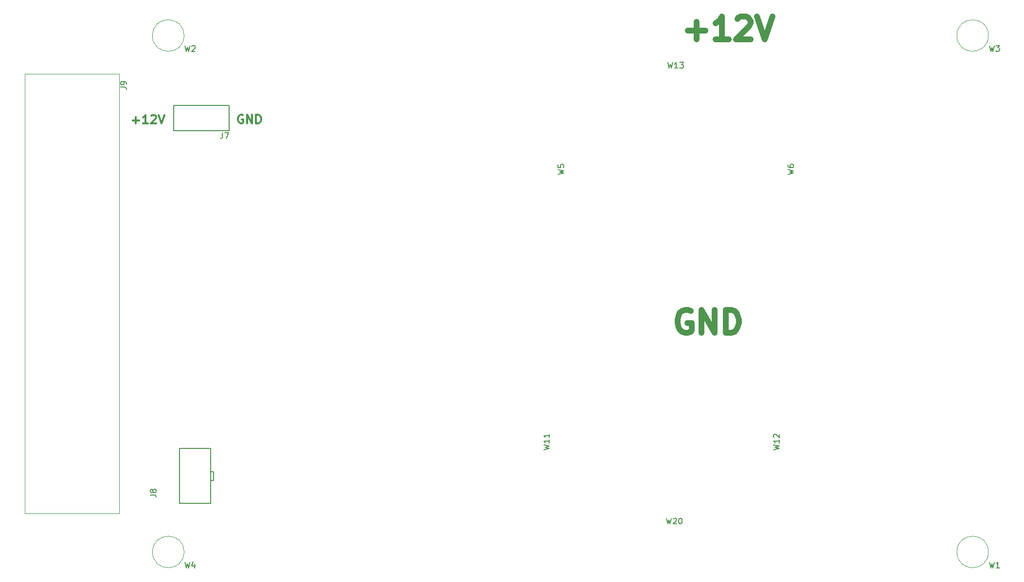
<source format=gbr>
G04 #@! TF.GenerationSoftware,KiCad,Pcbnew,(5.1.6)-1*
G04 #@! TF.CreationDate,2021-03-03T14:17:41+01:00*
G04 #@! TF.ProjectId,Busbar board,42757362-6172-4206-926f-6172642e6b69,rev?*
G04 #@! TF.SameCoordinates,PX4c4b360PY85843d4*
G04 #@! TF.FileFunction,Legend,Top*
G04 #@! TF.FilePolarity,Positive*
%FSLAX46Y46*%
G04 Gerber Fmt 4.6, Leading zero omitted, Abs format (unit mm)*
G04 Created by KiCad (PCBNEW (5.1.6)-1) date 2021-03-03 14:17:41*
%MOMM*%
%LPD*%
G01*
G04 APERTURE LIST*
%ADD10C,0.300000*%
%ADD11C,1.000000*%
%ADD12C,0.120000*%
%ADD13C,0.200000*%
%ADD14C,0.075000*%
%ADD15C,0.150000*%
G04 APERTURE END LIST*
D10*
X13006422Y76132260D02*
X12863565Y76203689D01*
X12649280Y76203689D01*
X12434994Y76132260D01*
X12292137Y75989403D01*
X12220708Y75846546D01*
X12149280Y75560832D01*
X12149280Y75346546D01*
X12220708Y75060832D01*
X12292137Y74917975D01*
X12434994Y74775118D01*
X12649280Y74703689D01*
X12792137Y74703689D01*
X13006422Y74775118D01*
X13077851Y74846546D01*
X13077851Y75346546D01*
X12792137Y75346546D01*
X13720708Y74703689D02*
X13720708Y76203689D01*
X14577851Y74703689D01*
X14577851Y76203689D01*
X15292137Y74703689D02*
X15292137Y76203689D01*
X15649280Y76203689D01*
X15863565Y76132260D01*
X16006422Y75989403D01*
X16077851Y75846546D01*
X16149280Y75560832D01*
X16149280Y75346546D01*
X16077851Y75060832D01*
X16006422Y74917975D01*
X15863565Y74775118D01*
X15649280Y74703689D01*
X15292137Y74703689D01*
X-6192298Y75224318D02*
X-5049440Y75224318D01*
X-5620869Y74652889D02*
X-5620869Y75795746D01*
X-3549440Y74652889D02*
X-4406583Y74652889D01*
X-3978012Y74652889D02*
X-3978012Y76152889D01*
X-4120869Y75938603D01*
X-4263726Y75795746D01*
X-4406583Y75724318D01*
X-2978012Y76010032D02*
X-2906583Y76081460D01*
X-2763726Y76152889D01*
X-2406583Y76152889D01*
X-2263726Y76081460D01*
X-2192298Y76010032D01*
X-2120869Y75867175D01*
X-2120869Y75724318D01*
X-2192298Y75510032D01*
X-3049440Y74652889D01*
X-2120869Y74652889D01*
X-1692298Y76152889D02*
X-1192298Y74652889D01*
X-692298Y76152889D01*
D11*
X90919680Y42022780D02*
X90538728Y42213257D01*
X89967300Y42213257D01*
X89395871Y42022780D01*
X89014919Y41641828D01*
X88824442Y41260876D01*
X88633966Y40498971D01*
X88633966Y39927542D01*
X88824442Y39165638D01*
X89014919Y38784685D01*
X89395871Y38403733D01*
X89967300Y38213257D01*
X90348252Y38213257D01*
X90919680Y38403733D01*
X91110157Y38594209D01*
X91110157Y39927542D01*
X90348252Y39927542D01*
X92824442Y38213257D02*
X92824442Y42213257D01*
X95110157Y38213257D01*
X95110157Y42213257D01*
X97014919Y38213257D02*
X97014919Y42213257D01*
X97967300Y42213257D01*
X98538728Y42022780D01*
X98919680Y41641828D01*
X99110157Y41260876D01*
X99300633Y40498971D01*
X99300633Y39927542D01*
X99110157Y39165638D01*
X98919680Y38784685D01*
X98538728Y38403733D01*
X97967300Y38213257D01*
X97014919Y38213257D01*
X90475680Y90824086D02*
X93523300Y90824086D01*
X91999490Y89300277D02*
X91999490Y92347896D01*
X97523300Y89300277D02*
X95237585Y89300277D01*
X96380442Y89300277D02*
X96380442Y93300277D01*
X95999490Y92728848D01*
X95618538Y92347896D01*
X95237585Y92157420D01*
X99047109Y92919324D02*
X99237585Y93109800D01*
X99618538Y93300277D01*
X100570919Y93300277D01*
X100951871Y93109800D01*
X101142347Y92919324D01*
X101332823Y92538372D01*
X101332823Y92157420D01*
X101142347Y91585991D01*
X98856633Y89300277D01*
X101332823Y89300277D01*
X102475680Y93300277D02*
X103809014Y89300277D01*
X105142347Y93300277D01*
D12*
X142750160Y2260D02*
G75*
G03*
X142750160Y2260I-2750000J0D01*
G01*
X2750160Y90002260D02*
G75*
G03*
X2750160Y90002260I-2750000J0D01*
G01*
X142750160Y90002260D02*
G75*
G03*
X142750160Y90002260I-2750000J0D01*
G01*
X2750160Y2260D02*
G75*
G03*
X2750160Y2260I-2750000J0D01*
G01*
D13*
X10572960Y73443040D02*
X922960Y73443040D01*
X922960Y73443040D02*
X922960Y77813040D01*
X10572960Y77813040D02*
X922960Y77813040D01*
X10572960Y73443040D02*
X10572960Y77813040D01*
X2000160Y8482260D02*
X7400160Y8482260D01*
X7400160Y8482260D02*
X7400160Y18082260D01*
X7400160Y18082260D02*
X2000160Y18082260D01*
X2000160Y18082260D02*
X2000160Y8482260D01*
X7400160Y12482260D02*
X7900160Y12482260D01*
X7900160Y12482260D02*
X7900160Y13982260D01*
X7900160Y13982260D02*
X7400160Y13982260D01*
D14*
X-8509840Y6667260D02*
X-8509840Y83337260D01*
X-24999840Y6667260D02*
X-8509840Y6667260D01*
X-24999840Y83337260D02*
X-24999840Y6667260D01*
X-8509840Y83337260D02*
X-24999840Y83337260D01*
D15*
X86931247Y85330440D02*
X87169342Y84330440D01*
X87359819Y85044725D01*
X87550295Y84330440D01*
X87788390Y85330440D01*
X88693152Y84330440D02*
X88121723Y84330440D01*
X88407438Y84330440D02*
X88407438Y85330440D01*
X88312200Y85187582D01*
X88216961Y85092344D01*
X88121723Y85044725D01*
X89026485Y85330440D02*
X89645533Y85330440D01*
X89312200Y84949487D01*
X89455057Y84949487D01*
X89550295Y84901868D01*
X89597914Y84854249D01*
X89645533Y84759011D01*
X89645533Y84520916D01*
X89597914Y84425678D01*
X89550295Y84378059D01*
X89455057Y84330440D01*
X89169342Y84330440D01*
X89074104Y84378059D01*
X89026485Y84425678D01*
X86715547Y5894000D02*
X86953642Y4894000D01*
X87144119Y5608285D01*
X87334595Y4894000D01*
X87572690Y5894000D01*
X87906023Y5798761D02*
X87953642Y5846380D01*
X88048880Y5894000D01*
X88286976Y5894000D01*
X88382214Y5846380D01*
X88429833Y5798761D01*
X88477452Y5703523D01*
X88477452Y5608285D01*
X88429833Y5465428D01*
X87858404Y4894000D01*
X88477452Y4894000D01*
X89096500Y5894000D02*
X89191738Y5894000D01*
X89286976Y5846380D01*
X89334595Y5798761D01*
X89382214Y5703523D01*
X89429833Y5513047D01*
X89429833Y5274952D01*
X89382214Y5084476D01*
X89334595Y4989238D01*
X89286976Y4941619D01*
X89191738Y4894000D01*
X89096500Y4894000D01*
X89001261Y4941619D01*
X88953642Y4989238D01*
X88906023Y5084476D01*
X88858404Y5274952D01*
X88858404Y5513047D01*
X88906023Y5703523D01*
X88953642Y5798761D01*
X89001261Y5846380D01*
X89096500Y5894000D01*
X142914178Y-1742360D02*
X143152273Y-2742360D01*
X143342749Y-2028075D01*
X143533225Y-2742360D01*
X143771320Y-1742360D01*
X144676082Y-2742360D02*
X144104654Y-2742360D01*
X144390368Y-2742360D02*
X144390368Y-1742360D01*
X144295130Y-1885218D01*
X144199892Y-1980456D01*
X144104654Y-2028075D01*
X2914178Y88257640D02*
X3152273Y87257640D01*
X3342749Y87971925D01*
X3533225Y87257640D01*
X3771320Y88257640D01*
X4104654Y88162401D02*
X4152273Y88210020D01*
X4247511Y88257640D01*
X4485606Y88257640D01*
X4580844Y88210020D01*
X4628463Y88162401D01*
X4676082Y88067163D01*
X4676082Y87971925D01*
X4628463Y87829068D01*
X4057035Y87257640D01*
X4676082Y87257640D01*
X142914178Y88257640D02*
X143152273Y87257640D01*
X143342749Y87971925D01*
X143533225Y87257640D01*
X143771320Y88257640D01*
X144057035Y88257640D02*
X144676082Y88257640D01*
X144342749Y87876687D01*
X144485606Y87876687D01*
X144580844Y87829068D01*
X144628463Y87781449D01*
X144676082Y87686211D01*
X144676082Y87448116D01*
X144628463Y87352878D01*
X144580844Y87305259D01*
X144485606Y87257640D01*
X144199892Y87257640D01*
X144104654Y87305259D01*
X144057035Y87352878D01*
X2914178Y-1742360D02*
X3152273Y-2742360D01*
X3342749Y-2028075D01*
X3533225Y-2742360D01*
X3771320Y-1742360D01*
X4580844Y-2075694D02*
X4580844Y-2742360D01*
X4342749Y-1694741D02*
X4104654Y-2409027D01*
X4723701Y-2409027D01*
X67837740Y65791359D02*
X68837740Y66029454D01*
X68123455Y66219930D01*
X68837740Y66410406D01*
X67837740Y66648501D01*
X67837740Y67505644D02*
X67837740Y67029454D01*
X68313931Y66981835D01*
X68266312Y67029454D01*
X68218693Y67124692D01*
X68218693Y67362787D01*
X68266312Y67458025D01*
X68313931Y67505644D01*
X68409169Y67553263D01*
X68647264Y67553263D01*
X68742502Y67505644D01*
X68790121Y67458025D01*
X68837740Y67362787D01*
X68837740Y67124692D01*
X68790121Y67029454D01*
X68742502Y66981835D01*
X107837740Y65791359D02*
X108837740Y66029454D01*
X108123455Y66219930D01*
X108837740Y66410406D01*
X107837740Y66648501D01*
X107837740Y67458025D02*
X107837740Y67267549D01*
X107885360Y67172311D01*
X107932979Y67124692D01*
X108075836Y67029454D01*
X108266312Y66981835D01*
X108647264Y66981835D01*
X108742502Y67029454D01*
X108790121Y67077073D01*
X108837740Y67172311D01*
X108837740Y67362787D01*
X108790121Y67458025D01*
X108742502Y67505644D01*
X108647264Y67553263D01*
X108409169Y67553263D01*
X108313931Y67505644D01*
X108266312Y67458025D01*
X108218693Y67362787D01*
X108218693Y67172311D01*
X108266312Y67077073D01*
X108313931Y67029454D01*
X108409169Y66981835D01*
X65337740Y17815168D02*
X66337740Y18053263D01*
X65623455Y18243740D01*
X66337740Y18434216D01*
X65337740Y18672311D01*
X66337740Y19577073D02*
X66337740Y19005644D01*
X66337740Y19291359D02*
X65337740Y19291359D01*
X65480598Y19196120D01*
X65575836Y19100882D01*
X65623455Y19005644D01*
X66337740Y20529454D02*
X66337740Y19958025D01*
X66337740Y20243740D02*
X65337740Y20243740D01*
X65480598Y20148501D01*
X65575836Y20053263D01*
X65623455Y19958025D01*
X105337740Y17815168D02*
X106337740Y18053263D01*
X105623455Y18243740D01*
X106337740Y18434216D01*
X105337740Y18672311D01*
X106337740Y19577073D02*
X106337740Y19005644D01*
X106337740Y19291359D02*
X105337740Y19291359D01*
X105480598Y19196120D01*
X105575836Y19100882D01*
X105623455Y19005644D01*
X105432979Y19958025D02*
X105385360Y20005644D01*
X105337740Y20100882D01*
X105337740Y20338978D01*
X105385360Y20434216D01*
X105432979Y20481835D01*
X105528217Y20529454D01*
X105623455Y20529454D01*
X105766312Y20481835D01*
X106337740Y19910406D01*
X106337740Y20529454D01*
X9447146Y73077460D02*
X9447146Y72363174D01*
X9399527Y72220317D01*
X9304289Y72125079D01*
X9161432Y72077460D01*
X9066194Y72077460D01*
X9828099Y73077460D02*
X10494765Y73077460D01*
X10066194Y72077460D01*
X-3114420Y9942167D02*
X-2400134Y9942167D01*
X-2257277Y9894548D01*
X-2162039Y9799310D01*
X-2114420Y9656453D01*
X-2114420Y9561215D01*
X-2685848Y10561215D02*
X-2733467Y10465977D01*
X-2781086Y10418358D01*
X-2876324Y10370739D01*
X-2923943Y10370739D01*
X-3019181Y10418358D01*
X-3066800Y10465977D01*
X-3114420Y10561215D01*
X-3114420Y10751691D01*
X-3066800Y10846929D01*
X-3019181Y10894548D01*
X-2923943Y10942167D01*
X-2876324Y10942167D01*
X-2781086Y10894548D01*
X-2733467Y10846929D01*
X-2685848Y10751691D01*
X-2685848Y10561215D01*
X-2638229Y10465977D01*
X-2590610Y10418358D01*
X-2495372Y10370739D01*
X-2304896Y10370739D01*
X-2209658Y10418358D01*
X-2162039Y10465977D01*
X-2114420Y10561215D01*
X-2114420Y10751691D01*
X-2162039Y10846929D01*
X-2209658Y10894548D01*
X-2304896Y10942167D01*
X-2495372Y10942167D01*
X-2590610Y10894548D01*
X-2638229Y10846929D01*
X-2685848Y10751691D01*
X-8297460Y81003927D02*
X-7583174Y81003927D01*
X-7440317Y80956308D01*
X-7345079Y80861070D01*
X-7297460Y80718213D01*
X-7297460Y80622975D01*
X-7297460Y81527737D02*
X-7297460Y81718213D01*
X-7345079Y81813451D01*
X-7392698Y81861070D01*
X-7535555Y81956308D01*
X-7726031Y82003927D01*
X-8106983Y82003927D01*
X-8202221Y81956308D01*
X-8249840Y81908689D01*
X-8297460Y81813451D01*
X-8297460Y81622975D01*
X-8249840Y81527737D01*
X-8202221Y81480118D01*
X-8106983Y81432499D01*
X-7868888Y81432499D01*
X-7773650Y81480118D01*
X-7726031Y81527737D01*
X-7678412Y81622975D01*
X-7678412Y81813451D01*
X-7726031Y81908689D01*
X-7773650Y81956308D01*
X-7868888Y82003927D01*
M02*

</source>
